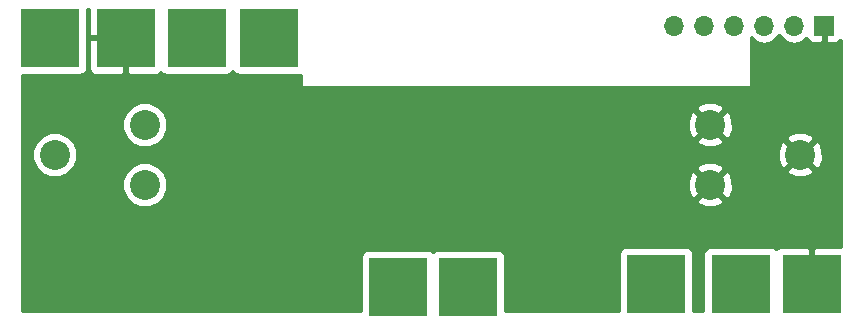
<source format=gbl>
G04 #@! TF.FileFunction,Copper,L2,Bot,Signal*
%FSLAX46Y46*%
G04 Gerber Fmt 4.6, Leading zero omitted, Abs format (unit mm)*
G04 Created by KiCad (PCBNEW 4.0.6) date Mon Aug 21 13:19:59 2017*
%MOMM*%
%LPD*%
G01*
G04 APERTURE LIST*
%ADD10C,0.100000*%
%ADD11R,5.000000X5.000000*%
%ADD12R,1.700000X1.700000*%
%ADD13O,1.700000X1.700000*%
%ADD14C,2.540000*%
%ADD15C,0.685800*%
%ADD16C,0.254000*%
G04 APERTURE END LIST*
D10*
D11*
X214424000Y-50292000D03*
X220424000Y-50292000D03*
X168354000Y-29464000D03*
X162354000Y-29464000D03*
X155956000Y-29464000D03*
D12*
X221488000Y-28448000D03*
D13*
X218948000Y-28448000D03*
X216408000Y-28448000D03*
X213868000Y-28448000D03*
X211328000Y-28448000D03*
X208788000Y-28448000D03*
D11*
X191350000Y-50550000D03*
X207264000Y-50292000D03*
X185420000Y-50546000D03*
X174498000Y-29464000D03*
D14*
X156340000Y-39370000D03*
X163960000Y-41910000D03*
X163960000Y-36830000D03*
X219460000Y-39370000D03*
X211840000Y-36830000D03*
X211840000Y-41910000D03*
D15*
X198882000Y-49022000D03*
X168402000Y-34798000D03*
X177800000Y-49022000D03*
X168656000Y-49022000D03*
X160020000Y-49022000D03*
X208534000Y-39370000D03*
X155956000Y-29464000D03*
X168354000Y-29464000D03*
X185420000Y-51562000D03*
X174498000Y-29464000D03*
X191096000Y-51566000D03*
X207264000Y-50292000D03*
X214424000Y-50292000D03*
D16*
G36*
X159219000Y-29178250D02*
X159377750Y-29337000D01*
X162227000Y-29337000D01*
X162227000Y-29317000D01*
X162481000Y-29317000D01*
X162481000Y-29337000D01*
X162501000Y-29337000D01*
X162501000Y-29591000D01*
X162481000Y-29591000D01*
X162481000Y-32440250D01*
X162639750Y-32599000D01*
X164980309Y-32599000D01*
X165213698Y-32502327D01*
X165354936Y-32361090D01*
X165389910Y-32415441D01*
X165602110Y-32560431D01*
X165854000Y-32611440D01*
X170854000Y-32611440D01*
X171089317Y-32567162D01*
X171305441Y-32428090D01*
X171427293Y-32249754D01*
X171533910Y-32415441D01*
X171746110Y-32560431D01*
X171998000Y-32611440D01*
X176998000Y-32611440D01*
X177165000Y-32580017D01*
X177165000Y-33528000D01*
X177175006Y-33577410D01*
X177203447Y-33619035D01*
X177245841Y-33646315D01*
X177292000Y-33655000D01*
X215138000Y-33655000D01*
X215187410Y-33644994D01*
X215229035Y-33616553D01*
X215256315Y-33574159D01*
X215265000Y-33528000D01*
X215265000Y-29388043D01*
X215357946Y-29527147D01*
X215839715Y-29849054D01*
X216408000Y-29962093D01*
X216976285Y-29849054D01*
X217458054Y-29527147D01*
X217678000Y-29197974D01*
X217897946Y-29527147D01*
X218379715Y-29849054D01*
X218948000Y-29962093D01*
X219516285Y-29849054D01*
X219998054Y-29527147D01*
X220027403Y-29483223D01*
X220099673Y-29657698D01*
X220278301Y-29836327D01*
X220511690Y-29933000D01*
X221202250Y-29933000D01*
X221361000Y-29774250D01*
X221361000Y-28575000D01*
X221341000Y-28575000D01*
X221341000Y-28321000D01*
X221361000Y-28321000D01*
X221361000Y-28301000D01*
X221615000Y-28301000D01*
X221615000Y-28321000D01*
X221635000Y-28321000D01*
X221635000Y-28575000D01*
X221615000Y-28575000D01*
X221615000Y-29774250D01*
X221773750Y-29933000D01*
X222464310Y-29933000D01*
X222697699Y-29836327D01*
X222876327Y-29657698D01*
X222885000Y-29636760D01*
X222885000Y-47157000D01*
X220709750Y-47157000D01*
X220551000Y-47315750D01*
X220551000Y-50165000D01*
X220571000Y-50165000D01*
X220571000Y-50419000D01*
X220551000Y-50419000D01*
X220551000Y-50439000D01*
X220297000Y-50439000D01*
X220297000Y-50419000D01*
X220277000Y-50419000D01*
X220277000Y-50165000D01*
X220297000Y-50165000D01*
X220297000Y-47315750D01*
X220138250Y-47157000D01*
X217797691Y-47157000D01*
X217564302Y-47253673D01*
X217423064Y-47394910D01*
X217388090Y-47340559D01*
X217175890Y-47195569D01*
X216924000Y-47144560D01*
X211924000Y-47144560D01*
X211688683Y-47188838D01*
X211472559Y-47327910D01*
X211327569Y-47540110D01*
X211276560Y-47792000D01*
X211276560Y-52630000D01*
X210411440Y-52630000D01*
X210411440Y-47792000D01*
X210367162Y-47556683D01*
X210228090Y-47340559D01*
X210015890Y-47195569D01*
X209764000Y-47144560D01*
X204764000Y-47144560D01*
X204528683Y-47188838D01*
X204312559Y-47327910D01*
X204167569Y-47540110D01*
X204116560Y-47792000D01*
X204116560Y-52630000D01*
X194497440Y-52630000D01*
X194497440Y-48050000D01*
X194453162Y-47814683D01*
X194314090Y-47598559D01*
X194101890Y-47453569D01*
X193850000Y-47402560D01*
X188850000Y-47402560D01*
X188614683Y-47446838D01*
X188398559Y-47585910D01*
X188388241Y-47601010D01*
X188384090Y-47594559D01*
X188171890Y-47449569D01*
X187920000Y-47398560D01*
X182920000Y-47398560D01*
X182684683Y-47442838D01*
X182468559Y-47581910D01*
X182323569Y-47794110D01*
X182272560Y-48046000D01*
X182272560Y-52630000D01*
X153618000Y-52630000D01*
X153618000Y-42287265D01*
X162054670Y-42287265D01*
X162344078Y-42987686D01*
X162879495Y-43524039D01*
X163579410Y-43814668D01*
X164337265Y-43815330D01*
X165037686Y-43525922D01*
X165306299Y-43257777D01*
X210671828Y-43257777D01*
X210803520Y-43552657D01*
X211511036Y-43824261D01*
X212268632Y-43804436D01*
X212876480Y-43552657D01*
X213008172Y-43257777D01*
X211840000Y-42089605D01*
X210671828Y-43257777D01*
X165306299Y-43257777D01*
X165574039Y-42990505D01*
X165864668Y-42290590D01*
X165865287Y-41581036D01*
X209925739Y-41581036D01*
X209945564Y-42338632D01*
X210197343Y-42946480D01*
X210492223Y-43078172D01*
X211660395Y-41910000D01*
X212019605Y-41910000D01*
X213187777Y-43078172D01*
X213482657Y-42946480D01*
X213754261Y-42238964D01*
X213734436Y-41481368D01*
X213482657Y-40873520D01*
X213187777Y-40741828D01*
X212019605Y-41910000D01*
X211660395Y-41910000D01*
X210492223Y-40741828D01*
X210197343Y-40873520D01*
X209925739Y-41581036D01*
X165865287Y-41581036D01*
X165865330Y-41532735D01*
X165575922Y-40832314D01*
X165306303Y-40562223D01*
X210671828Y-40562223D01*
X211840000Y-41730395D01*
X212852618Y-40717777D01*
X218291828Y-40717777D01*
X218423520Y-41012657D01*
X219131036Y-41284261D01*
X219888632Y-41264436D01*
X220496480Y-41012657D01*
X220628172Y-40717777D01*
X219460000Y-39549605D01*
X218291828Y-40717777D01*
X212852618Y-40717777D01*
X213008172Y-40562223D01*
X212876480Y-40267343D01*
X212168964Y-39995739D01*
X211411368Y-40015564D01*
X210803520Y-40267343D01*
X210671828Y-40562223D01*
X165306303Y-40562223D01*
X165040505Y-40295961D01*
X164340590Y-40005332D01*
X163582735Y-40004670D01*
X162882314Y-40294078D01*
X162345961Y-40829495D01*
X162055332Y-41529410D01*
X162054670Y-42287265D01*
X153618000Y-42287265D01*
X153618000Y-39747265D01*
X154434670Y-39747265D01*
X154724078Y-40447686D01*
X155259495Y-40984039D01*
X155959410Y-41274668D01*
X156717265Y-41275330D01*
X157417686Y-40985922D01*
X157954039Y-40450505D01*
X158244668Y-39750590D01*
X158245287Y-39041036D01*
X217545739Y-39041036D01*
X217565564Y-39798632D01*
X217817343Y-40406480D01*
X218112223Y-40538172D01*
X219280395Y-39370000D01*
X219639605Y-39370000D01*
X220807777Y-40538172D01*
X221102657Y-40406480D01*
X221374261Y-39698964D01*
X221354436Y-38941368D01*
X221102657Y-38333520D01*
X220807777Y-38201828D01*
X219639605Y-39370000D01*
X219280395Y-39370000D01*
X218112223Y-38201828D01*
X217817343Y-38333520D01*
X217545739Y-39041036D01*
X158245287Y-39041036D01*
X158245330Y-38992735D01*
X157955922Y-38292314D01*
X157420505Y-37755961D01*
X156720590Y-37465332D01*
X155962735Y-37464670D01*
X155262314Y-37754078D01*
X154725961Y-38289495D01*
X154435332Y-38989410D01*
X154434670Y-39747265D01*
X153618000Y-39747265D01*
X153618000Y-37207265D01*
X162054670Y-37207265D01*
X162344078Y-37907686D01*
X162879495Y-38444039D01*
X163579410Y-38734668D01*
X164337265Y-38735330D01*
X165037686Y-38445922D01*
X165306299Y-38177777D01*
X210671828Y-38177777D01*
X210803520Y-38472657D01*
X211511036Y-38744261D01*
X212268632Y-38724436D01*
X212876480Y-38472657D01*
X213008172Y-38177777D01*
X212852618Y-38022223D01*
X218291828Y-38022223D01*
X219460000Y-39190395D01*
X220628172Y-38022223D01*
X220496480Y-37727343D01*
X219788964Y-37455739D01*
X219031368Y-37475564D01*
X218423520Y-37727343D01*
X218291828Y-38022223D01*
X212852618Y-38022223D01*
X211840000Y-37009605D01*
X210671828Y-38177777D01*
X165306299Y-38177777D01*
X165574039Y-37910505D01*
X165864668Y-37210590D01*
X165865287Y-36501036D01*
X209925739Y-36501036D01*
X209945564Y-37258632D01*
X210197343Y-37866480D01*
X210492223Y-37998172D01*
X211660395Y-36830000D01*
X212019605Y-36830000D01*
X213187777Y-37998172D01*
X213482657Y-37866480D01*
X213754261Y-37158964D01*
X213734436Y-36401368D01*
X213482657Y-35793520D01*
X213187777Y-35661828D01*
X212019605Y-36830000D01*
X211660395Y-36830000D01*
X210492223Y-35661828D01*
X210197343Y-35793520D01*
X209925739Y-36501036D01*
X165865287Y-36501036D01*
X165865330Y-36452735D01*
X165575922Y-35752314D01*
X165306303Y-35482223D01*
X210671828Y-35482223D01*
X211840000Y-36650395D01*
X213008172Y-35482223D01*
X212876480Y-35187343D01*
X212168964Y-34915739D01*
X211411368Y-34935564D01*
X210803520Y-35187343D01*
X210671828Y-35482223D01*
X165306303Y-35482223D01*
X165040505Y-35215961D01*
X164340590Y-34925332D01*
X163582735Y-34924670D01*
X162882314Y-35214078D01*
X162345961Y-35749495D01*
X162055332Y-36449410D01*
X162054670Y-37207265D01*
X153618000Y-37207265D01*
X153618000Y-32611440D01*
X158456000Y-32611440D01*
X158691317Y-32567162D01*
X158907441Y-32428090D01*
X159052431Y-32215890D01*
X159103440Y-31964000D01*
X159103440Y-29749750D01*
X159219000Y-29749750D01*
X159219000Y-32090310D01*
X159315673Y-32323699D01*
X159494302Y-32502327D01*
X159727691Y-32599000D01*
X162068250Y-32599000D01*
X162227000Y-32440250D01*
X162227000Y-29591000D01*
X159377750Y-29591000D01*
X159219000Y-29749750D01*
X159103440Y-29749750D01*
X159103440Y-27051000D01*
X159219000Y-27051000D01*
X159219000Y-29178250D01*
X159219000Y-29178250D01*
G37*
X159219000Y-29178250D02*
X159377750Y-29337000D01*
X162227000Y-29337000D01*
X162227000Y-29317000D01*
X162481000Y-29317000D01*
X162481000Y-29337000D01*
X162501000Y-29337000D01*
X162501000Y-29591000D01*
X162481000Y-29591000D01*
X162481000Y-32440250D01*
X162639750Y-32599000D01*
X164980309Y-32599000D01*
X165213698Y-32502327D01*
X165354936Y-32361090D01*
X165389910Y-32415441D01*
X165602110Y-32560431D01*
X165854000Y-32611440D01*
X170854000Y-32611440D01*
X171089317Y-32567162D01*
X171305441Y-32428090D01*
X171427293Y-32249754D01*
X171533910Y-32415441D01*
X171746110Y-32560431D01*
X171998000Y-32611440D01*
X176998000Y-32611440D01*
X177165000Y-32580017D01*
X177165000Y-33528000D01*
X177175006Y-33577410D01*
X177203447Y-33619035D01*
X177245841Y-33646315D01*
X177292000Y-33655000D01*
X215138000Y-33655000D01*
X215187410Y-33644994D01*
X215229035Y-33616553D01*
X215256315Y-33574159D01*
X215265000Y-33528000D01*
X215265000Y-29388043D01*
X215357946Y-29527147D01*
X215839715Y-29849054D01*
X216408000Y-29962093D01*
X216976285Y-29849054D01*
X217458054Y-29527147D01*
X217678000Y-29197974D01*
X217897946Y-29527147D01*
X218379715Y-29849054D01*
X218948000Y-29962093D01*
X219516285Y-29849054D01*
X219998054Y-29527147D01*
X220027403Y-29483223D01*
X220099673Y-29657698D01*
X220278301Y-29836327D01*
X220511690Y-29933000D01*
X221202250Y-29933000D01*
X221361000Y-29774250D01*
X221361000Y-28575000D01*
X221341000Y-28575000D01*
X221341000Y-28321000D01*
X221361000Y-28321000D01*
X221361000Y-28301000D01*
X221615000Y-28301000D01*
X221615000Y-28321000D01*
X221635000Y-28321000D01*
X221635000Y-28575000D01*
X221615000Y-28575000D01*
X221615000Y-29774250D01*
X221773750Y-29933000D01*
X222464310Y-29933000D01*
X222697699Y-29836327D01*
X222876327Y-29657698D01*
X222885000Y-29636760D01*
X222885000Y-47157000D01*
X220709750Y-47157000D01*
X220551000Y-47315750D01*
X220551000Y-50165000D01*
X220571000Y-50165000D01*
X220571000Y-50419000D01*
X220551000Y-50419000D01*
X220551000Y-50439000D01*
X220297000Y-50439000D01*
X220297000Y-50419000D01*
X220277000Y-50419000D01*
X220277000Y-50165000D01*
X220297000Y-50165000D01*
X220297000Y-47315750D01*
X220138250Y-47157000D01*
X217797691Y-47157000D01*
X217564302Y-47253673D01*
X217423064Y-47394910D01*
X217388090Y-47340559D01*
X217175890Y-47195569D01*
X216924000Y-47144560D01*
X211924000Y-47144560D01*
X211688683Y-47188838D01*
X211472559Y-47327910D01*
X211327569Y-47540110D01*
X211276560Y-47792000D01*
X211276560Y-52630000D01*
X210411440Y-52630000D01*
X210411440Y-47792000D01*
X210367162Y-47556683D01*
X210228090Y-47340559D01*
X210015890Y-47195569D01*
X209764000Y-47144560D01*
X204764000Y-47144560D01*
X204528683Y-47188838D01*
X204312559Y-47327910D01*
X204167569Y-47540110D01*
X204116560Y-47792000D01*
X204116560Y-52630000D01*
X194497440Y-52630000D01*
X194497440Y-48050000D01*
X194453162Y-47814683D01*
X194314090Y-47598559D01*
X194101890Y-47453569D01*
X193850000Y-47402560D01*
X188850000Y-47402560D01*
X188614683Y-47446838D01*
X188398559Y-47585910D01*
X188388241Y-47601010D01*
X188384090Y-47594559D01*
X188171890Y-47449569D01*
X187920000Y-47398560D01*
X182920000Y-47398560D01*
X182684683Y-47442838D01*
X182468559Y-47581910D01*
X182323569Y-47794110D01*
X182272560Y-48046000D01*
X182272560Y-52630000D01*
X153618000Y-52630000D01*
X153618000Y-42287265D01*
X162054670Y-42287265D01*
X162344078Y-42987686D01*
X162879495Y-43524039D01*
X163579410Y-43814668D01*
X164337265Y-43815330D01*
X165037686Y-43525922D01*
X165306299Y-43257777D01*
X210671828Y-43257777D01*
X210803520Y-43552657D01*
X211511036Y-43824261D01*
X212268632Y-43804436D01*
X212876480Y-43552657D01*
X213008172Y-43257777D01*
X211840000Y-42089605D01*
X210671828Y-43257777D01*
X165306299Y-43257777D01*
X165574039Y-42990505D01*
X165864668Y-42290590D01*
X165865287Y-41581036D01*
X209925739Y-41581036D01*
X209945564Y-42338632D01*
X210197343Y-42946480D01*
X210492223Y-43078172D01*
X211660395Y-41910000D01*
X212019605Y-41910000D01*
X213187777Y-43078172D01*
X213482657Y-42946480D01*
X213754261Y-42238964D01*
X213734436Y-41481368D01*
X213482657Y-40873520D01*
X213187777Y-40741828D01*
X212019605Y-41910000D01*
X211660395Y-41910000D01*
X210492223Y-40741828D01*
X210197343Y-40873520D01*
X209925739Y-41581036D01*
X165865287Y-41581036D01*
X165865330Y-41532735D01*
X165575922Y-40832314D01*
X165306303Y-40562223D01*
X210671828Y-40562223D01*
X211840000Y-41730395D01*
X212852618Y-40717777D01*
X218291828Y-40717777D01*
X218423520Y-41012657D01*
X219131036Y-41284261D01*
X219888632Y-41264436D01*
X220496480Y-41012657D01*
X220628172Y-40717777D01*
X219460000Y-39549605D01*
X218291828Y-40717777D01*
X212852618Y-40717777D01*
X213008172Y-40562223D01*
X212876480Y-40267343D01*
X212168964Y-39995739D01*
X211411368Y-40015564D01*
X210803520Y-40267343D01*
X210671828Y-40562223D01*
X165306303Y-40562223D01*
X165040505Y-40295961D01*
X164340590Y-40005332D01*
X163582735Y-40004670D01*
X162882314Y-40294078D01*
X162345961Y-40829495D01*
X162055332Y-41529410D01*
X162054670Y-42287265D01*
X153618000Y-42287265D01*
X153618000Y-39747265D01*
X154434670Y-39747265D01*
X154724078Y-40447686D01*
X155259495Y-40984039D01*
X155959410Y-41274668D01*
X156717265Y-41275330D01*
X157417686Y-40985922D01*
X157954039Y-40450505D01*
X158244668Y-39750590D01*
X158245287Y-39041036D01*
X217545739Y-39041036D01*
X217565564Y-39798632D01*
X217817343Y-40406480D01*
X218112223Y-40538172D01*
X219280395Y-39370000D01*
X219639605Y-39370000D01*
X220807777Y-40538172D01*
X221102657Y-40406480D01*
X221374261Y-39698964D01*
X221354436Y-38941368D01*
X221102657Y-38333520D01*
X220807777Y-38201828D01*
X219639605Y-39370000D01*
X219280395Y-39370000D01*
X218112223Y-38201828D01*
X217817343Y-38333520D01*
X217545739Y-39041036D01*
X158245287Y-39041036D01*
X158245330Y-38992735D01*
X157955922Y-38292314D01*
X157420505Y-37755961D01*
X156720590Y-37465332D01*
X155962735Y-37464670D01*
X155262314Y-37754078D01*
X154725961Y-38289495D01*
X154435332Y-38989410D01*
X154434670Y-39747265D01*
X153618000Y-39747265D01*
X153618000Y-37207265D01*
X162054670Y-37207265D01*
X162344078Y-37907686D01*
X162879495Y-38444039D01*
X163579410Y-38734668D01*
X164337265Y-38735330D01*
X165037686Y-38445922D01*
X165306299Y-38177777D01*
X210671828Y-38177777D01*
X210803520Y-38472657D01*
X211511036Y-38744261D01*
X212268632Y-38724436D01*
X212876480Y-38472657D01*
X213008172Y-38177777D01*
X212852618Y-38022223D01*
X218291828Y-38022223D01*
X219460000Y-39190395D01*
X220628172Y-38022223D01*
X220496480Y-37727343D01*
X219788964Y-37455739D01*
X219031368Y-37475564D01*
X218423520Y-37727343D01*
X218291828Y-38022223D01*
X212852618Y-38022223D01*
X211840000Y-37009605D01*
X210671828Y-38177777D01*
X165306299Y-38177777D01*
X165574039Y-37910505D01*
X165864668Y-37210590D01*
X165865287Y-36501036D01*
X209925739Y-36501036D01*
X209945564Y-37258632D01*
X210197343Y-37866480D01*
X210492223Y-37998172D01*
X211660395Y-36830000D01*
X212019605Y-36830000D01*
X213187777Y-37998172D01*
X213482657Y-37866480D01*
X213754261Y-37158964D01*
X213734436Y-36401368D01*
X213482657Y-35793520D01*
X213187777Y-35661828D01*
X212019605Y-36830000D01*
X211660395Y-36830000D01*
X210492223Y-35661828D01*
X210197343Y-35793520D01*
X209925739Y-36501036D01*
X165865287Y-36501036D01*
X165865330Y-36452735D01*
X165575922Y-35752314D01*
X165306303Y-35482223D01*
X210671828Y-35482223D01*
X211840000Y-36650395D01*
X213008172Y-35482223D01*
X212876480Y-35187343D01*
X212168964Y-34915739D01*
X211411368Y-34935564D01*
X210803520Y-35187343D01*
X210671828Y-35482223D01*
X165306303Y-35482223D01*
X165040505Y-35215961D01*
X164340590Y-34925332D01*
X163582735Y-34924670D01*
X162882314Y-35214078D01*
X162345961Y-35749495D01*
X162055332Y-36449410D01*
X162054670Y-37207265D01*
X153618000Y-37207265D01*
X153618000Y-32611440D01*
X158456000Y-32611440D01*
X158691317Y-32567162D01*
X158907441Y-32428090D01*
X159052431Y-32215890D01*
X159103440Y-31964000D01*
X159103440Y-29749750D01*
X159219000Y-29749750D01*
X159219000Y-32090310D01*
X159315673Y-32323699D01*
X159494302Y-32502327D01*
X159727691Y-32599000D01*
X162068250Y-32599000D01*
X162227000Y-32440250D01*
X162227000Y-29591000D01*
X159377750Y-29591000D01*
X159219000Y-29749750D01*
X159103440Y-29749750D01*
X159103440Y-27051000D01*
X159219000Y-27051000D01*
X159219000Y-29178250D01*
M02*

</source>
